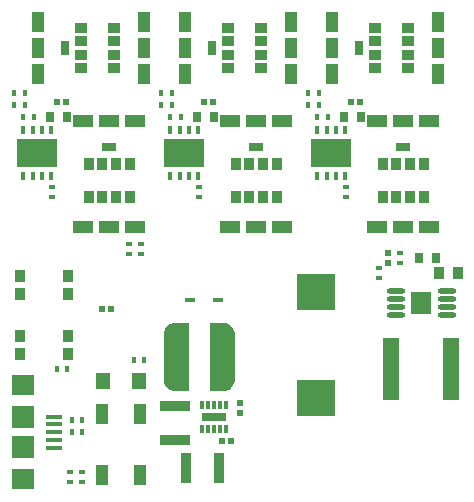
<source format=gtp>
G04 Layer_Color=8421504*
%FSAX24Y24*%
%MOIN*%
G70*
G01*
G75*
%ADD10R,0.0177X0.0217*%
%ADD11R,0.0217X0.0177*%
%ADD12R,0.1024X0.0374*%
%ADD13R,0.0374X0.1024*%
%ADD14R,0.0205X0.0205*%
%ADD15R,0.0205X0.0205*%
%ADD16R,0.0335X0.0157*%
G04:AMPARAMS|DCode=17|XSize=82.7mil|YSize=228.3mil|CornerRadius=41.3mil|HoleSize=0mil|Usage=FLASHONLY|Rotation=180.000|XOffset=0mil|YOffset=0mil|HoleType=Round|Shape=RoundedRectangle|*
%AMROUNDEDRECTD17*
21,1,0.0827,0.1457,0,0,180.0*
21,1,0.0000,0.2283,0,0,180.0*
1,1,0.0827,0.0000,0.0728*
1,1,0.0827,0.0000,0.0728*
1,1,0.0827,0.0000,-0.0728*
1,1,0.0827,0.0000,-0.0728*
%
%ADD17ROUNDEDRECTD17*%
%ADD18O,0.0610X0.0177*%
%ADD19R,0.0681X0.0728*%
%ADD20R,0.1280X0.1230*%
%ADD21R,0.0354X0.0394*%
%ADD22R,0.0532X0.2087*%
%ADD23R,0.0276X0.0354*%
%ADD24R,0.1331X0.0965*%
%ADD25R,0.0118X0.0315*%
%ADD26R,0.0118X0.0276*%
%ADD27R,0.0819X0.0315*%
%ADD28R,0.0400X0.0650*%
%ADD29R,0.0480X0.0560*%
%ADD30R,0.0433X0.0669*%
%ADD31R,0.0276X0.0512*%
%ADD32R,0.0433X0.0335*%
%ADD33R,0.0669X0.0433*%
%ADD34R,0.0335X0.0433*%
%ADD35R,0.0512X0.0276*%
%ADD36R,0.0560X0.0140*%
%ADD37R,0.0750X0.0710*%
%ADD38R,0.0750X0.0750*%
%ADD39R,0.0354X0.0394*%
G36*
X058346Y026258D02*
X057913Y026258D01*
X057913D01*
X057861Y026258D01*
X057714Y026308D01*
X057632Y026371D01*
X057569Y026453D01*
X057529Y026549D01*
X057519Y026626D01*
Y026652D01*
X057519Y028148D01*
X057519Y028148D01*
X057519Y028200D01*
X057569Y028347D01*
X057632Y028429D01*
X057714Y028492D01*
X057861Y028542D01*
X057913Y028542D01*
X058346Y028542D01*
Y026258D01*
D02*
G37*
G36*
X059487Y028542D02*
X059513Y028542D01*
X059590Y028532D01*
X059686Y028492D01*
X059768Y028429D01*
X059831Y028347D01*
X059881Y028200D01*
X059881Y028148D01*
X059881Y028148D01*
X059881Y026652D01*
X059881Y026600D01*
X059831Y026453D01*
X059768Y026371D01*
X059686Y026308D01*
X059539Y026258D01*
X059487Y026258D01*
X059487Y026258D01*
X059054Y026258D01*
Y028542D01*
X059487Y028542D01*
D02*
G37*
D10*
X052877Y036200D02*
D03*
X052523D02*
D03*
X053177Y035400D02*
D03*
X052823D02*
D03*
X052523Y035800D02*
D03*
X052877D02*
D03*
X057777Y036200D02*
D03*
X057423D02*
D03*
X057423Y035800D02*
D03*
X057777D02*
D03*
X058077Y035400D02*
D03*
X057723D02*
D03*
X062677Y036200D02*
D03*
X062323D02*
D03*
X062323Y035800D02*
D03*
X062677D02*
D03*
X062977Y035400D02*
D03*
X062623D02*
D03*
X053943Y027000D02*
D03*
X054297D02*
D03*
X054443Y024900D02*
D03*
X054797D02*
D03*
X054443Y025300D02*
D03*
X054797D02*
D03*
X056515Y027308D02*
D03*
X056870D02*
D03*
D11*
X053800Y033077D02*
D03*
Y032723D02*
D03*
X058700Y033077D02*
D03*
Y032723D02*
D03*
X063600Y033077D02*
D03*
Y032723D02*
D03*
X065400Y030877D02*
D03*
Y030523D02*
D03*
X064700Y030377D02*
D03*
Y030023D02*
D03*
X056370Y031177D02*
D03*
Y030823D02*
D03*
X056770Y030823D02*
D03*
Y031177D02*
D03*
X054400Y023223D02*
D03*
Y023577D02*
D03*
X054800Y023223D02*
D03*
Y023577D02*
D03*
D12*
X057900Y025751D02*
D03*
Y024649D02*
D03*
D13*
X059351Y023700D02*
D03*
X058249D02*
D03*
D14*
X060061Y025854D02*
D03*
Y025539D02*
D03*
X065000Y030857D02*
D03*
Y030543D02*
D03*
D15*
X059443Y024600D02*
D03*
X059757D02*
D03*
X055443Y029000D02*
D03*
X055757D02*
D03*
X063743Y035900D02*
D03*
X064057D02*
D03*
X058843D02*
D03*
X059157D02*
D03*
X053943D02*
D03*
X054257D02*
D03*
D16*
X059333Y029300D02*
D03*
X058407D02*
D03*
D17*
X057932Y027400D02*
D03*
X059468D02*
D03*
D18*
X066956Y028816D02*
D03*
Y029072D02*
D03*
Y029328D02*
D03*
Y029584D02*
D03*
X065244Y028816D02*
D03*
Y029072D02*
D03*
Y029328D02*
D03*
Y029584D02*
D03*
D19*
X066100Y029200D02*
D03*
D20*
X062600Y029560D02*
D03*
Y026040D02*
D03*
D21*
X067315Y030200D02*
D03*
X066685D02*
D03*
D22*
X065106Y027000D02*
D03*
X067094D02*
D03*
D23*
X066024Y030700D02*
D03*
X066576D02*
D03*
X053724Y035400D02*
D03*
X054276D02*
D03*
X058624D02*
D03*
X059176D02*
D03*
X063524D02*
D03*
X064076D02*
D03*
D24*
X063100Y034200D02*
D03*
X058200D02*
D03*
X053300D02*
D03*
D25*
X062628Y033422D02*
D03*
X062943D02*
D03*
X063257D02*
D03*
X063572D02*
D03*
X062628Y034978D02*
D03*
X062943D02*
D03*
X063257D02*
D03*
X063572D02*
D03*
X057728Y033422D02*
D03*
X058043D02*
D03*
X058357D02*
D03*
X058672D02*
D03*
X057728Y034978D02*
D03*
X058043D02*
D03*
X058357D02*
D03*
X058672D02*
D03*
X052828Y033422D02*
D03*
X053143D02*
D03*
X053457D02*
D03*
X053772D02*
D03*
X052828Y034978D02*
D03*
X053143D02*
D03*
X053457D02*
D03*
X053772D02*
D03*
D26*
X059003Y025010D02*
D03*
X059200D02*
D03*
X059397D02*
D03*
X059594D02*
D03*
Y025790D02*
D03*
X059397D02*
D03*
X059200D02*
D03*
X059003D02*
D03*
X058806D02*
D03*
Y025010D02*
D03*
D27*
X059200Y025400D02*
D03*
D28*
X055470Y025515D02*
D03*
Y023480D02*
D03*
X056730D02*
D03*
Y025515D02*
D03*
D29*
X055500Y026600D02*
D03*
X056691D02*
D03*
D30*
X053328Y038566D02*
D03*
Y037700D02*
D03*
Y036834D02*
D03*
X056872D02*
D03*
Y037700D02*
D03*
Y038566D02*
D03*
X061772D02*
D03*
Y037700D02*
D03*
Y036834D02*
D03*
X058228D02*
D03*
Y037700D02*
D03*
Y038566D02*
D03*
X063128D02*
D03*
Y037700D02*
D03*
Y036834D02*
D03*
X066672D02*
D03*
Y037700D02*
D03*
Y038566D02*
D03*
D31*
X054214Y037700D02*
D03*
X059114D02*
D03*
X064014D02*
D03*
D32*
X054765Y037021D02*
D03*
Y037474D02*
D03*
Y037926D02*
D03*
Y038379D02*
D03*
X055868D02*
D03*
Y037926D02*
D03*
Y037474D02*
D03*
Y037021D02*
D03*
X060768D02*
D03*
Y037474D02*
D03*
Y037926D02*
D03*
Y038379D02*
D03*
X059665D02*
D03*
Y037926D02*
D03*
Y037474D02*
D03*
Y037021D02*
D03*
X064565D02*
D03*
Y037474D02*
D03*
Y037926D02*
D03*
Y038379D02*
D03*
X065668D02*
D03*
Y037926D02*
D03*
Y037474D02*
D03*
Y037021D02*
D03*
D33*
X056566Y031728D02*
D03*
X055700D02*
D03*
X054834D02*
D03*
Y035272D02*
D03*
X055700D02*
D03*
X056566D02*
D03*
X061466D02*
D03*
X060600D02*
D03*
X059734D02*
D03*
Y031728D02*
D03*
X060600D02*
D03*
X061466D02*
D03*
X066366D02*
D03*
X065500D02*
D03*
X064634D02*
D03*
Y035272D02*
D03*
X065500D02*
D03*
X066366D02*
D03*
D34*
X055021Y032732D02*
D03*
X055474D02*
D03*
X055926D02*
D03*
X056379D02*
D03*
Y033835D02*
D03*
X055926D02*
D03*
X055474D02*
D03*
X055021D02*
D03*
X059921D02*
D03*
X060374D02*
D03*
X060826D02*
D03*
X061279D02*
D03*
Y032732D02*
D03*
X060826D02*
D03*
X060374D02*
D03*
X059921D02*
D03*
X064821D02*
D03*
X065274D02*
D03*
X065726D02*
D03*
X066179D02*
D03*
Y033835D02*
D03*
X065726D02*
D03*
X065274D02*
D03*
X064821D02*
D03*
D35*
X055700Y034386D02*
D03*
X060600D02*
D03*
X065500D02*
D03*
D36*
X053870Y025412D02*
D03*
Y024380D02*
D03*
Y025156D02*
D03*
Y024900D02*
D03*
Y024640D02*
D03*
D37*
X052820Y026475D02*
D03*
Y023320D02*
D03*
D38*
Y025400D02*
D03*
Y024400D02*
D03*
D39*
X052713Y028115D02*
D03*
Y027485D02*
D03*
X054327Y028115D02*
D03*
Y027485D02*
D03*
Y029485D02*
D03*
Y030115D02*
D03*
X052713Y029485D02*
D03*
Y030115D02*
D03*
M02*

</source>
